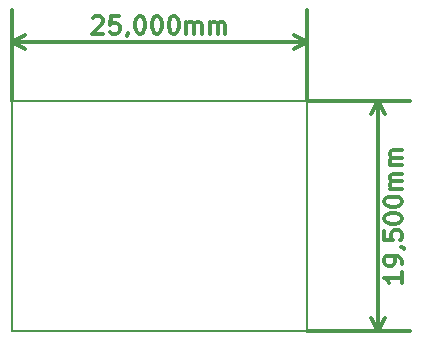
<source format=gbr>
G04 #@! TF.FileFunction,Drawing*
%FSLAX46Y46*%
G04 Gerber Fmt 4.6, Leading zero omitted, Abs format (unit mm)*
G04 Created by KiCad (PCBNEW 4.0.2-stable) date 08/05/2016 13:05:11*
%MOMM*%
G01*
G04 APERTURE LIST*
%ADD10C,0.100000*%
%ADD11C,0.300000*%
%ADD12C,0.150000*%
G04 APERTURE END LIST*
D10*
D11*
X135857144Y-84971429D02*
X135928573Y-84900000D01*
X136071430Y-84828571D01*
X136428573Y-84828571D01*
X136571430Y-84900000D01*
X136642859Y-84971429D01*
X136714287Y-85114286D01*
X136714287Y-85257143D01*
X136642859Y-85471429D01*
X135785716Y-86328571D01*
X136714287Y-86328571D01*
X138071430Y-84828571D02*
X137357144Y-84828571D01*
X137285715Y-85542857D01*
X137357144Y-85471429D01*
X137500001Y-85400000D01*
X137857144Y-85400000D01*
X138000001Y-85471429D01*
X138071430Y-85542857D01*
X138142858Y-85685714D01*
X138142858Y-86042857D01*
X138071430Y-86185714D01*
X138000001Y-86257143D01*
X137857144Y-86328571D01*
X137500001Y-86328571D01*
X137357144Y-86257143D01*
X137285715Y-86185714D01*
X138857143Y-86257143D02*
X138857143Y-86328571D01*
X138785715Y-86471429D01*
X138714286Y-86542857D01*
X139785715Y-84828571D02*
X139928572Y-84828571D01*
X140071429Y-84900000D01*
X140142858Y-84971429D01*
X140214287Y-85114286D01*
X140285715Y-85400000D01*
X140285715Y-85757143D01*
X140214287Y-86042857D01*
X140142858Y-86185714D01*
X140071429Y-86257143D01*
X139928572Y-86328571D01*
X139785715Y-86328571D01*
X139642858Y-86257143D01*
X139571429Y-86185714D01*
X139500001Y-86042857D01*
X139428572Y-85757143D01*
X139428572Y-85400000D01*
X139500001Y-85114286D01*
X139571429Y-84971429D01*
X139642858Y-84900000D01*
X139785715Y-84828571D01*
X141214286Y-84828571D02*
X141357143Y-84828571D01*
X141500000Y-84900000D01*
X141571429Y-84971429D01*
X141642858Y-85114286D01*
X141714286Y-85400000D01*
X141714286Y-85757143D01*
X141642858Y-86042857D01*
X141571429Y-86185714D01*
X141500000Y-86257143D01*
X141357143Y-86328571D01*
X141214286Y-86328571D01*
X141071429Y-86257143D01*
X141000000Y-86185714D01*
X140928572Y-86042857D01*
X140857143Y-85757143D01*
X140857143Y-85400000D01*
X140928572Y-85114286D01*
X141000000Y-84971429D01*
X141071429Y-84900000D01*
X141214286Y-84828571D01*
X142642857Y-84828571D02*
X142785714Y-84828571D01*
X142928571Y-84900000D01*
X143000000Y-84971429D01*
X143071429Y-85114286D01*
X143142857Y-85400000D01*
X143142857Y-85757143D01*
X143071429Y-86042857D01*
X143000000Y-86185714D01*
X142928571Y-86257143D01*
X142785714Y-86328571D01*
X142642857Y-86328571D01*
X142500000Y-86257143D01*
X142428571Y-86185714D01*
X142357143Y-86042857D01*
X142285714Y-85757143D01*
X142285714Y-85400000D01*
X142357143Y-85114286D01*
X142428571Y-84971429D01*
X142500000Y-84900000D01*
X142642857Y-84828571D01*
X143785714Y-86328571D02*
X143785714Y-85328571D01*
X143785714Y-85471429D02*
X143857142Y-85400000D01*
X144000000Y-85328571D01*
X144214285Y-85328571D01*
X144357142Y-85400000D01*
X144428571Y-85542857D01*
X144428571Y-86328571D01*
X144428571Y-85542857D02*
X144500000Y-85400000D01*
X144642857Y-85328571D01*
X144857142Y-85328571D01*
X145000000Y-85400000D01*
X145071428Y-85542857D01*
X145071428Y-86328571D01*
X145785714Y-86328571D02*
X145785714Y-85328571D01*
X145785714Y-85471429D02*
X145857142Y-85400000D01*
X146000000Y-85328571D01*
X146214285Y-85328571D01*
X146357142Y-85400000D01*
X146428571Y-85542857D01*
X146428571Y-86328571D01*
X146428571Y-85542857D02*
X146500000Y-85400000D01*
X146642857Y-85328571D01*
X146857142Y-85328571D01*
X147000000Y-85400000D01*
X147071428Y-85542857D01*
X147071428Y-86328571D01*
X154000000Y-87000000D02*
X129000000Y-87000000D01*
X154000000Y-92000000D02*
X154000000Y-84300000D01*
X129000000Y-92000000D02*
X129000000Y-84300000D01*
X129000000Y-87000000D02*
X130126504Y-86413579D01*
X129000000Y-87000000D02*
X130126504Y-87586421D01*
X154000000Y-87000000D02*
X152873496Y-86413579D01*
X154000000Y-87000000D02*
X152873496Y-87586421D01*
X162028571Y-106535713D02*
X162028571Y-107392856D01*
X162028571Y-106964284D02*
X160528571Y-106964284D01*
X160742857Y-107107141D01*
X160885714Y-107249999D01*
X160957143Y-107392856D01*
X162028571Y-105821428D02*
X162028571Y-105535713D01*
X161957143Y-105392856D01*
X161885714Y-105321428D01*
X161671429Y-105178570D01*
X161385714Y-105107142D01*
X160814286Y-105107142D01*
X160671429Y-105178570D01*
X160600000Y-105249999D01*
X160528571Y-105392856D01*
X160528571Y-105678570D01*
X160600000Y-105821428D01*
X160671429Y-105892856D01*
X160814286Y-105964285D01*
X161171429Y-105964285D01*
X161314286Y-105892856D01*
X161385714Y-105821428D01*
X161457143Y-105678570D01*
X161457143Y-105392856D01*
X161385714Y-105249999D01*
X161314286Y-105178570D01*
X161171429Y-105107142D01*
X161957143Y-104392857D02*
X162028571Y-104392857D01*
X162171429Y-104464285D01*
X162242857Y-104535714D01*
X160528571Y-103035713D02*
X160528571Y-103749999D01*
X161242857Y-103821428D01*
X161171429Y-103749999D01*
X161100000Y-103607142D01*
X161100000Y-103249999D01*
X161171429Y-103107142D01*
X161242857Y-103035713D01*
X161385714Y-102964285D01*
X161742857Y-102964285D01*
X161885714Y-103035713D01*
X161957143Y-103107142D01*
X162028571Y-103249999D01*
X162028571Y-103607142D01*
X161957143Y-103749999D01*
X161885714Y-103821428D01*
X160528571Y-102035714D02*
X160528571Y-101892857D01*
X160600000Y-101750000D01*
X160671429Y-101678571D01*
X160814286Y-101607142D01*
X161100000Y-101535714D01*
X161457143Y-101535714D01*
X161742857Y-101607142D01*
X161885714Y-101678571D01*
X161957143Y-101750000D01*
X162028571Y-101892857D01*
X162028571Y-102035714D01*
X161957143Y-102178571D01*
X161885714Y-102250000D01*
X161742857Y-102321428D01*
X161457143Y-102392857D01*
X161100000Y-102392857D01*
X160814286Y-102321428D01*
X160671429Y-102250000D01*
X160600000Y-102178571D01*
X160528571Y-102035714D01*
X160528571Y-100607143D02*
X160528571Y-100464286D01*
X160600000Y-100321429D01*
X160671429Y-100250000D01*
X160814286Y-100178571D01*
X161100000Y-100107143D01*
X161457143Y-100107143D01*
X161742857Y-100178571D01*
X161885714Y-100250000D01*
X161957143Y-100321429D01*
X162028571Y-100464286D01*
X162028571Y-100607143D01*
X161957143Y-100750000D01*
X161885714Y-100821429D01*
X161742857Y-100892857D01*
X161457143Y-100964286D01*
X161100000Y-100964286D01*
X160814286Y-100892857D01*
X160671429Y-100821429D01*
X160600000Y-100750000D01*
X160528571Y-100607143D01*
X162028571Y-99464286D02*
X161028571Y-99464286D01*
X161171429Y-99464286D02*
X161100000Y-99392858D01*
X161028571Y-99250000D01*
X161028571Y-99035715D01*
X161100000Y-98892858D01*
X161242857Y-98821429D01*
X162028571Y-98821429D01*
X161242857Y-98821429D02*
X161100000Y-98750000D01*
X161028571Y-98607143D01*
X161028571Y-98392858D01*
X161100000Y-98250000D01*
X161242857Y-98178572D01*
X162028571Y-98178572D01*
X162028571Y-97464286D02*
X161028571Y-97464286D01*
X161171429Y-97464286D02*
X161100000Y-97392858D01*
X161028571Y-97250000D01*
X161028571Y-97035715D01*
X161100000Y-96892858D01*
X161242857Y-96821429D01*
X162028571Y-96821429D01*
X161242857Y-96821429D02*
X161100000Y-96750000D01*
X161028571Y-96607143D01*
X161028571Y-96392858D01*
X161100000Y-96250000D01*
X161242857Y-96178572D01*
X162028571Y-96178572D01*
X160000000Y-111500000D02*
X160000000Y-92000000D01*
X154000000Y-111500000D02*
X162700000Y-111500000D01*
X154000000Y-92000000D02*
X162700000Y-92000000D01*
X160000000Y-92000000D02*
X160586421Y-93126504D01*
X160000000Y-92000000D02*
X159413579Y-93126504D01*
X160000000Y-111500000D02*
X160586421Y-110373496D01*
X160000000Y-111500000D02*
X159413579Y-110373496D01*
D12*
X150000000Y-111500000D02*
X151500000Y-111500000D01*
X154000000Y-111500000D02*
X150000000Y-111500000D01*
X151000000Y-111500000D02*
X154000000Y-111500000D01*
X154000000Y-92000000D02*
X154000000Y-111500000D01*
X129000000Y-92000000D02*
X154000000Y-92000000D01*
X129000000Y-93500000D02*
X129000000Y-92000000D01*
X129000000Y-111500000D02*
X151000000Y-111500000D01*
X129000000Y-93500000D02*
X129000000Y-111500000D01*
M02*

</source>
